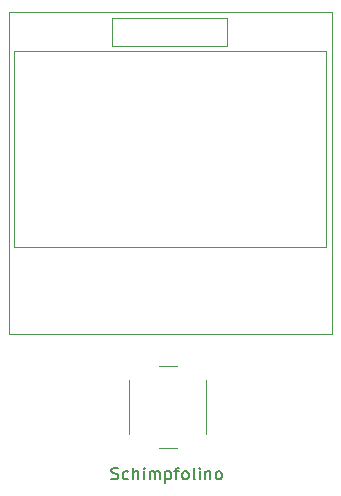
<source format=gbr>
%TF.GenerationSoftware,KiCad,Pcbnew,8.0.2-8.0.2-0~ubuntu22.04.1*%
%TF.CreationDate,2024-05-02T20:41:03+02:00*%
%TF.ProjectId,Schimpfolino_EEPROM,53636869-6d70-4666-9f6c-696e6f5f4545,rev?*%
%TF.SameCoordinates,Original*%
%TF.FileFunction,Legend,Top*%
%TF.FilePolarity,Positive*%
%FSLAX46Y46*%
G04 Gerber Fmt 4.6, Leading zero omitted, Abs format (unit mm)*
G04 Created by KiCad (PCBNEW 8.0.2-8.0.2-0~ubuntu22.04.1) date 2024-05-02 20:41:03*
%MOMM*%
%LPD*%
G01*
G04 APERTURE LIST*
%ADD10C,0.150000*%
%ADD11C,0.120000*%
G04 APERTURE END LIST*
D10*
X111289160Y-90822200D02*
X111432017Y-90869819D01*
X111432017Y-90869819D02*
X111670112Y-90869819D01*
X111670112Y-90869819D02*
X111765350Y-90822200D01*
X111765350Y-90822200D02*
X111812969Y-90774580D01*
X111812969Y-90774580D02*
X111860588Y-90679342D01*
X111860588Y-90679342D02*
X111860588Y-90584104D01*
X111860588Y-90584104D02*
X111812969Y-90488866D01*
X111812969Y-90488866D02*
X111765350Y-90441247D01*
X111765350Y-90441247D02*
X111670112Y-90393628D01*
X111670112Y-90393628D02*
X111479636Y-90346009D01*
X111479636Y-90346009D02*
X111384398Y-90298390D01*
X111384398Y-90298390D02*
X111336779Y-90250771D01*
X111336779Y-90250771D02*
X111289160Y-90155533D01*
X111289160Y-90155533D02*
X111289160Y-90060295D01*
X111289160Y-90060295D02*
X111336779Y-89965057D01*
X111336779Y-89965057D02*
X111384398Y-89917438D01*
X111384398Y-89917438D02*
X111479636Y-89869819D01*
X111479636Y-89869819D02*
X111717731Y-89869819D01*
X111717731Y-89869819D02*
X111860588Y-89917438D01*
X112717731Y-90822200D02*
X112622493Y-90869819D01*
X112622493Y-90869819D02*
X112432017Y-90869819D01*
X112432017Y-90869819D02*
X112336779Y-90822200D01*
X112336779Y-90822200D02*
X112289160Y-90774580D01*
X112289160Y-90774580D02*
X112241541Y-90679342D01*
X112241541Y-90679342D02*
X112241541Y-90393628D01*
X112241541Y-90393628D02*
X112289160Y-90298390D01*
X112289160Y-90298390D02*
X112336779Y-90250771D01*
X112336779Y-90250771D02*
X112432017Y-90203152D01*
X112432017Y-90203152D02*
X112622493Y-90203152D01*
X112622493Y-90203152D02*
X112717731Y-90250771D01*
X113146303Y-90869819D02*
X113146303Y-89869819D01*
X113574874Y-90869819D02*
X113574874Y-90346009D01*
X113574874Y-90346009D02*
X113527255Y-90250771D01*
X113527255Y-90250771D02*
X113432017Y-90203152D01*
X113432017Y-90203152D02*
X113289160Y-90203152D01*
X113289160Y-90203152D02*
X113193922Y-90250771D01*
X113193922Y-90250771D02*
X113146303Y-90298390D01*
X114051065Y-90869819D02*
X114051065Y-90203152D01*
X114051065Y-89869819D02*
X114003446Y-89917438D01*
X114003446Y-89917438D02*
X114051065Y-89965057D01*
X114051065Y-89965057D02*
X114098684Y-89917438D01*
X114098684Y-89917438D02*
X114051065Y-89869819D01*
X114051065Y-89869819D02*
X114051065Y-89965057D01*
X114527255Y-90869819D02*
X114527255Y-90203152D01*
X114527255Y-90298390D02*
X114574874Y-90250771D01*
X114574874Y-90250771D02*
X114670112Y-90203152D01*
X114670112Y-90203152D02*
X114812969Y-90203152D01*
X114812969Y-90203152D02*
X114908207Y-90250771D01*
X114908207Y-90250771D02*
X114955826Y-90346009D01*
X114955826Y-90346009D02*
X114955826Y-90869819D01*
X114955826Y-90346009D02*
X115003445Y-90250771D01*
X115003445Y-90250771D02*
X115098683Y-90203152D01*
X115098683Y-90203152D02*
X115241540Y-90203152D01*
X115241540Y-90203152D02*
X115336779Y-90250771D01*
X115336779Y-90250771D02*
X115384398Y-90346009D01*
X115384398Y-90346009D02*
X115384398Y-90869819D01*
X115860588Y-90203152D02*
X115860588Y-91203152D01*
X115860588Y-90250771D02*
X115955826Y-90203152D01*
X115955826Y-90203152D02*
X116146302Y-90203152D01*
X116146302Y-90203152D02*
X116241540Y-90250771D01*
X116241540Y-90250771D02*
X116289159Y-90298390D01*
X116289159Y-90298390D02*
X116336778Y-90393628D01*
X116336778Y-90393628D02*
X116336778Y-90679342D01*
X116336778Y-90679342D02*
X116289159Y-90774580D01*
X116289159Y-90774580D02*
X116241540Y-90822200D01*
X116241540Y-90822200D02*
X116146302Y-90869819D01*
X116146302Y-90869819D02*
X115955826Y-90869819D01*
X115955826Y-90869819D02*
X115860588Y-90822200D01*
X116622493Y-90203152D02*
X117003445Y-90203152D01*
X116765350Y-90869819D02*
X116765350Y-90012676D01*
X116765350Y-90012676D02*
X116812969Y-89917438D01*
X116812969Y-89917438D02*
X116908207Y-89869819D01*
X116908207Y-89869819D02*
X117003445Y-89869819D01*
X117479636Y-90869819D02*
X117384398Y-90822200D01*
X117384398Y-90822200D02*
X117336779Y-90774580D01*
X117336779Y-90774580D02*
X117289160Y-90679342D01*
X117289160Y-90679342D02*
X117289160Y-90393628D01*
X117289160Y-90393628D02*
X117336779Y-90298390D01*
X117336779Y-90298390D02*
X117384398Y-90250771D01*
X117384398Y-90250771D02*
X117479636Y-90203152D01*
X117479636Y-90203152D02*
X117622493Y-90203152D01*
X117622493Y-90203152D02*
X117717731Y-90250771D01*
X117717731Y-90250771D02*
X117765350Y-90298390D01*
X117765350Y-90298390D02*
X117812969Y-90393628D01*
X117812969Y-90393628D02*
X117812969Y-90679342D01*
X117812969Y-90679342D02*
X117765350Y-90774580D01*
X117765350Y-90774580D02*
X117717731Y-90822200D01*
X117717731Y-90822200D02*
X117622493Y-90869819D01*
X117622493Y-90869819D02*
X117479636Y-90869819D01*
X118384398Y-90869819D02*
X118289160Y-90822200D01*
X118289160Y-90822200D02*
X118241541Y-90726961D01*
X118241541Y-90726961D02*
X118241541Y-89869819D01*
X118765351Y-90869819D02*
X118765351Y-90203152D01*
X118765351Y-89869819D02*
X118717732Y-89917438D01*
X118717732Y-89917438D02*
X118765351Y-89965057D01*
X118765351Y-89965057D02*
X118812970Y-89917438D01*
X118812970Y-89917438D02*
X118765351Y-89869819D01*
X118765351Y-89869819D02*
X118765351Y-89965057D01*
X119241541Y-90203152D02*
X119241541Y-90869819D01*
X119241541Y-90298390D02*
X119289160Y-90250771D01*
X119289160Y-90250771D02*
X119384398Y-90203152D01*
X119384398Y-90203152D02*
X119527255Y-90203152D01*
X119527255Y-90203152D02*
X119622493Y-90250771D01*
X119622493Y-90250771D02*
X119670112Y-90346009D01*
X119670112Y-90346009D02*
X119670112Y-90869819D01*
X120289160Y-90869819D02*
X120193922Y-90822200D01*
X120193922Y-90822200D02*
X120146303Y-90774580D01*
X120146303Y-90774580D02*
X120098684Y-90679342D01*
X120098684Y-90679342D02*
X120098684Y-90393628D01*
X120098684Y-90393628D02*
X120146303Y-90298390D01*
X120146303Y-90298390D02*
X120193922Y-90250771D01*
X120193922Y-90250771D02*
X120289160Y-90203152D01*
X120289160Y-90203152D02*
X120432017Y-90203152D01*
X120432017Y-90203152D02*
X120527255Y-90250771D01*
X120527255Y-90250771D02*
X120574874Y-90298390D01*
X120574874Y-90298390D02*
X120622493Y-90393628D01*
X120622493Y-90393628D02*
X120622493Y-90679342D01*
X120622493Y-90679342D02*
X120574874Y-90774580D01*
X120574874Y-90774580D02*
X120527255Y-90822200D01*
X120527255Y-90822200D02*
X120432017Y-90869819D01*
X120432017Y-90869819D02*
X120289160Y-90869819D01*
D11*
%TO.C,Brd1*%
X102600000Y-51300000D02*
X130000000Y-51300000D01*
X102600000Y-78600000D02*
X102600000Y-51300000D01*
X103022000Y-54595000D02*
X126122000Y-54595000D01*
X103022000Y-71195000D02*
X103022000Y-54595000D01*
X111301000Y-51789000D02*
X111301000Y-54202000D01*
X111301000Y-51789000D02*
X121080000Y-51789000D01*
X121080000Y-51789000D02*
X121080000Y-54202000D01*
X121080000Y-54202000D02*
X111301000Y-54202000D01*
X126122000Y-54595000D02*
X129208000Y-54595000D01*
X126122000Y-71195000D02*
X103022000Y-71195000D01*
X126122000Y-71195000D02*
X129462000Y-71220000D01*
X129462000Y-54583000D02*
X129208000Y-54595000D01*
X129462000Y-71220000D02*
X129462000Y-54583000D01*
X130000000Y-51300000D02*
X130000000Y-78600000D01*
X130000000Y-78600000D02*
X102600000Y-78600000D01*
%TO.C,SW2*%
X112800000Y-82500000D02*
X112800000Y-87000000D01*
X115300000Y-88250000D02*
X116800000Y-88250000D01*
X116800000Y-81250000D02*
X115300000Y-81250000D01*
X119300000Y-87000000D02*
X119300000Y-82500000D01*
%TD*%
M02*

</source>
